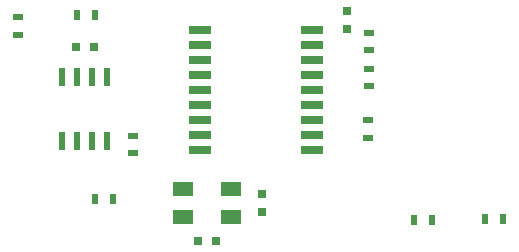
<source format=gtp>
G04*
G04 #@! TF.GenerationSoftware,Altium Limited,Altium Designer,18.1.9 (240)*
G04*
G04 Layer_Color=8421504*
%FSAX25Y25*%
%MOIN*%
G70*
G01*
G75*
%ADD16R,0.02362X0.03543*%
%ADD17R,0.02362X0.05906*%
%ADD18R,0.07480X0.02559*%
%ADD19R,0.07087X0.04724*%
%ADD20R,0.03150X0.03150*%
%ADD21R,0.03150X0.03150*%
%ADD22R,0.03543X0.02362*%
D16*
X0450787Y0323819D02*
D03*
X0444882D02*
D03*
X0438878Y0385335D02*
D03*
X0444783D02*
D03*
X0580807Y0317323D02*
D03*
X0574902D02*
D03*
X0557087Y0316831D02*
D03*
X0551181D02*
D03*
D17*
X0448937Y0364665D02*
D03*
X0443937D02*
D03*
X0438937D02*
D03*
X0433937D02*
D03*
X0448937Y0343406D02*
D03*
X0443937D02*
D03*
X0438937D02*
D03*
X0433937D02*
D03*
D18*
X0517224Y0340433D02*
D03*
Y0345433D02*
D03*
Y0350433D02*
D03*
Y0355433D02*
D03*
Y0360433D02*
D03*
Y0365433D02*
D03*
Y0370433D02*
D03*
Y0375433D02*
D03*
Y0380433D02*
D03*
X0479823Y0340433D02*
D03*
Y0345433D02*
D03*
Y0350433D02*
D03*
Y0355433D02*
D03*
Y0360433D02*
D03*
Y0365433D02*
D03*
Y0370433D02*
D03*
Y0375433D02*
D03*
Y0380433D02*
D03*
D19*
X0490100Y0327372D02*
D03*
Y0317923D02*
D03*
X0474352Y0327372D02*
D03*
Y0317923D02*
D03*
D20*
X0529035Y0386614D02*
D03*
Y0380709D02*
D03*
X0500394Y0325492D02*
D03*
Y0319587D02*
D03*
D21*
X0444488Y0374508D02*
D03*
X0438583D02*
D03*
X0479134Y0309842D02*
D03*
X0485039D02*
D03*
D22*
X0536221Y0367421D02*
D03*
Y0361516D02*
D03*
Y0373524D02*
D03*
Y0379429D02*
D03*
X0535925Y0344291D02*
D03*
Y0350197D02*
D03*
X0457480Y0345079D02*
D03*
Y0339173D02*
D03*
X0419095Y0384547D02*
D03*
Y0378642D02*
D03*
M02*

</source>
